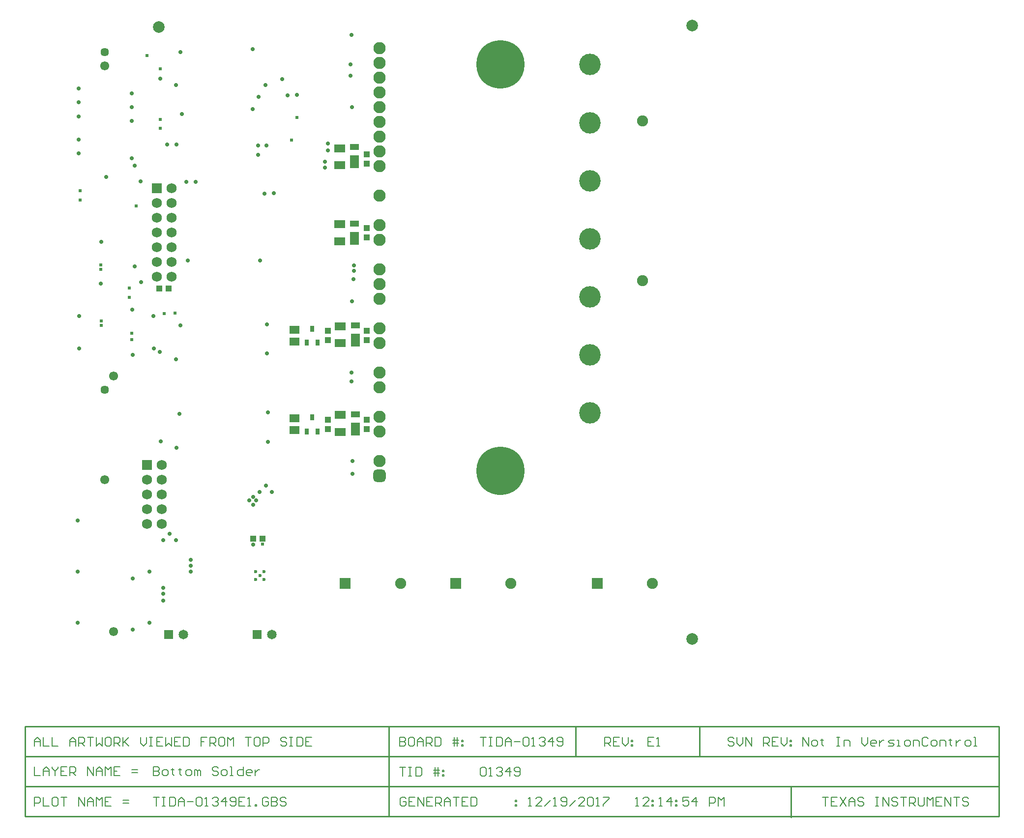
<source format=gbs>
G04 Layer_Color=16711935*
%FSAX25Y25*%
%MOIN*%
G70*
G01*
G75*
%ADD24C,0.01000*%
%ADD31C,0.00800*%
%ADD40C,0.06496*%
%ADD61R,0.07677X0.05512*%
%ADD62R,0.04331X0.04134*%
%ADD64R,0.04134X0.04331*%
G04:AMPARAMS|DCode=70|XSize=27.56mil|YSize=43.31mil|CornerRadius=3.98mil|HoleSize=0mil|Usage=FLASHONLY|Rotation=180.000|XOffset=0mil|YOffset=0mil|HoleType=Round|Shape=RoundedRectangle|*
%AMROUNDEDRECTD70*
21,1,0.02756,0.03535,0,0,180.0*
21,1,0.01961,0.04331,0,0,180.0*
1,1,0.00795,-0.00980,0.01768*
1,1,0.00795,0.00980,0.01768*
1,1,0.00795,0.00980,-0.01768*
1,1,0.00795,-0.00980,-0.01768*
%
%ADD70ROUNDEDRECTD70*%
%ADD74C,0.07874*%
%ADD75R,0.07480X0.07480*%
%ADD76C,0.07480*%
G04:AMPARAMS|DCode=77|XSize=83.66mil|YSize=83.66mil|CornerRadius=21.9mil|HoleSize=0mil|Usage=FLASHONLY|Rotation=0.000|XOffset=0mil|YOffset=0mil|HoleType=Round|Shape=RoundedRectangle|*
%AMROUNDEDRECTD77*
21,1,0.08366,0.03986,0,0,0.0*
21,1,0.03986,0.08366,0,0,0.0*
1,1,0.04380,0.01993,-0.01993*
1,1,0.04380,-0.01993,-0.01993*
1,1,0.04380,-0.01993,0.01993*
1,1,0.04380,0.01993,0.01993*
%
%ADD77ROUNDEDRECTD77*%
%ADD78C,0.08366*%
%ADD79C,0.14567*%
%ADD80R,0.06496X0.06496*%
%ADD81R,0.06890X0.06890*%
%ADD82C,0.06890*%
%ADD83C,0.06100*%
%ADD84C,0.05701*%
%ADD85C,0.32696*%
%ADD86C,0.02362*%
%ADD87C,0.02794*%
%ADD88C,0.02394*%
%ADD89R,0.06694X0.05394*%
%ADD90R,0.05905X0.09055*%
%ADD91R,0.05905X0.03937*%
G54D24*
X0559400Y0039400D02*
Y0059683D01*
X0440500Y0040050D02*
X0700200D01*
Y0101050D01*
X0286500Y0040050D02*
Y0101050D01*
X0040000Y0040050D02*
Y0101050D01*
X0040050Y0040050D02*
X0197600D01*
X0040050D02*
Y0101050D01*
Y0101050D02*
X0700200D01*
X0040000Y0040050D02*
X0440500D01*
X0040000Y0060383D02*
X0700000D01*
X0040000Y0080717D02*
X0700200D01*
X0413200D02*
Y0101050D01*
X0497200Y0080717D02*
Y0101050D01*
G54D31*
X0126900Y0073549D02*
Y0067551D01*
X0129899D01*
X0130899Y0068550D01*
Y0069550D01*
X0129899Y0070550D01*
X0126900D01*
X0129899D01*
X0130899Y0071549D01*
Y0072549D01*
X0129899Y0073549D01*
X0126900D01*
X0133898Y0067551D02*
X0135897D01*
X0136897Y0068550D01*
Y0070550D01*
X0135897Y0071549D01*
X0133898D01*
X0132898Y0070550D01*
Y0068550D01*
X0133898Y0067551D01*
X0139896Y0072549D02*
Y0071549D01*
X0138896D01*
X0140895D01*
X0139896D01*
Y0068550D01*
X0140895Y0067551D01*
X0144894Y0072549D02*
Y0071549D01*
X0143895D01*
X0145894D01*
X0144894D01*
Y0068550D01*
X0145894Y0067551D01*
X0149893D02*
X0151892D01*
X0152892Y0068550D01*
Y0070550D01*
X0151892Y0071549D01*
X0149893D01*
X0148893Y0070550D01*
Y0068550D01*
X0149893Y0067551D01*
X0154891D02*
Y0071549D01*
X0155891D01*
X0156890Y0070550D01*
Y0067551D01*
Y0070550D01*
X0157890Y0071549D01*
X0158890Y0070550D01*
Y0067551D01*
X0170886Y0072549D02*
X0169886Y0073549D01*
X0167887D01*
X0166887Y0072549D01*
Y0071549D01*
X0167887Y0070550D01*
X0169886D01*
X0170886Y0069550D01*
Y0068550D01*
X0169886Y0067551D01*
X0167887D01*
X0166887Y0068550D01*
X0173885Y0067551D02*
X0175884D01*
X0176884Y0068550D01*
Y0070550D01*
X0175884Y0071549D01*
X0173885D01*
X0172885Y0070550D01*
Y0068550D01*
X0173885Y0067551D01*
X0178883D02*
X0180883D01*
X0179883D01*
Y0073549D01*
X0178883D01*
X0187880D02*
Y0067551D01*
X0184881D01*
X0183882Y0068550D01*
Y0070550D01*
X0184881Y0071549D01*
X0187880D01*
X0192879Y0067551D02*
X0190879D01*
X0189880Y0068550D01*
Y0070550D01*
X0190879Y0071549D01*
X0192879D01*
X0193878Y0070550D01*
Y0069550D01*
X0189880D01*
X0195878Y0071549D02*
Y0067551D01*
Y0069550D01*
X0196877Y0070550D01*
X0197877Y0071549D01*
X0198877D01*
X0348550Y0072498D02*
X0349550Y0073498D01*
X0351549D01*
X0352549Y0072498D01*
Y0068500D01*
X0351549Y0067500D01*
X0349550D01*
X0348550Y0068500D01*
Y0072498D01*
X0354548Y0067500D02*
X0356547D01*
X0355548D01*
Y0073498D01*
X0354548Y0072498D01*
X0359546D02*
X0360546Y0073498D01*
X0362545D01*
X0363545Y0072498D01*
Y0071499D01*
X0362545Y0070499D01*
X0361546D01*
X0362545D01*
X0363545Y0069499D01*
Y0068500D01*
X0362545Y0067500D01*
X0360546D01*
X0359546Y0068500D01*
X0368544Y0067500D02*
Y0073498D01*
X0365545Y0070499D01*
X0369543D01*
X0371543Y0068500D02*
X0372542Y0067500D01*
X0374542D01*
X0375541Y0068500D01*
Y0072498D01*
X0374542Y0073498D01*
X0372542D01*
X0371543Y0072498D01*
Y0071499D01*
X0372542Y0070499D01*
X0375541D01*
X0294000Y0073498D02*
X0297999D01*
X0295999D01*
Y0067500D01*
X0299998Y0073498D02*
X0301997D01*
X0300998D01*
Y0067500D01*
X0299998D01*
X0301997D01*
X0304996Y0073498D02*
Y0067500D01*
X0307996D01*
X0308995Y0068500D01*
Y0072498D01*
X0307996Y0073498D01*
X0304996D01*
X0317992Y0067500D02*
Y0073498D01*
X0319992D02*
Y0067500D01*
X0316993Y0071499D02*
X0319992D01*
X0320991D01*
X0316993Y0069499D02*
X0320991D01*
X0322991Y0071499D02*
X0323990D01*
Y0070499D01*
X0322991D01*
Y0071499D01*
Y0068500D02*
X0323990D01*
Y0067500D01*
X0322991D01*
Y0068500D01*
X0580500Y0052965D02*
X0584499D01*
X0582499D01*
Y0046966D01*
X0590497Y0052965D02*
X0586498D01*
Y0046966D01*
X0590497D01*
X0586498Y0049966D02*
X0588497D01*
X0592496Y0052965D02*
X0596495Y0046966D01*
Y0052965D02*
X0592496Y0046966D01*
X0598494D02*
Y0050965D01*
X0600493Y0052965D01*
X0602493Y0050965D01*
Y0046966D01*
Y0049966D01*
X0598494D01*
X0608491Y0051965D02*
X0607491Y0052965D01*
X0605492D01*
X0604492Y0051965D01*
Y0050965D01*
X0605492Y0049966D01*
X0607491D01*
X0608491Y0048966D01*
Y0047966D01*
X0607491Y0046966D01*
X0605492D01*
X0604492Y0047966D01*
X0616488Y0052965D02*
X0618488D01*
X0617488D01*
Y0046966D01*
X0616488D01*
X0618488D01*
X0621487D02*
Y0052965D01*
X0625486Y0046966D01*
Y0052965D01*
X0631484Y0051965D02*
X0630484Y0052965D01*
X0628484D01*
X0627485Y0051965D01*
Y0050965D01*
X0628484Y0049966D01*
X0630484D01*
X0631484Y0048966D01*
Y0047966D01*
X0630484Y0046966D01*
X0628484D01*
X0627485Y0047966D01*
X0633483Y0052965D02*
X0637482D01*
X0635482D01*
Y0046966D01*
X0639481D02*
Y0052965D01*
X0642480D01*
X0643480Y0051965D01*
Y0049966D01*
X0642480Y0048966D01*
X0639481D01*
X0641480D02*
X0643480Y0046966D01*
X0645479Y0052965D02*
Y0047966D01*
X0646479Y0046966D01*
X0648478D01*
X0649478Y0047966D01*
Y0052965D01*
X0651477Y0046966D02*
Y0052965D01*
X0653476Y0050965D01*
X0655476Y0052965D01*
Y0046966D01*
X0661474Y0052965D02*
X0657475D01*
Y0046966D01*
X0661474D01*
X0657475Y0049966D02*
X0659474D01*
X0663473Y0046966D02*
Y0052965D01*
X0667472Y0046966D01*
Y0052965D01*
X0669471D02*
X0673470D01*
X0671471D01*
Y0046966D01*
X0679468Y0051965D02*
X0678468Y0052965D01*
X0676469D01*
X0675469Y0051965D01*
Y0050965D01*
X0676469Y0049966D01*
X0678468D01*
X0679468Y0048966D01*
Y0047966D01*
X0678468Y0046966D01*
X0676469D01*
X0675469Y0047966D01*
X0454050Y0046966D02*
X0456049D01*
X0455050D01*
Y0052965D01*
X0454050Y0051965D01*
X0463047Y0046966D02*
X0459048D01*
X0463047Y0050965D01*
Y0051965D01*
X0462047Y0052965D01*
X0460048D01*
X0459048Y0051965D01*
X0465046Y0050965D02*
X0466046D01*
Y0049966D01*
X0465046D01*
Y0050965D01*
Y0047966D02*
X0466046D01*
Y0046966D01*
X0465046D01*
Y0047966D01*
X0470045Y0046966D02*
X0472044D01*
X0471044D01*
Y0052965D01*
X0470045Y0051965D01*
X0478042Y0046966D02*
Y0052965D01*
X0475043Y0049966D01*
X0479042D01*
X0481041Y0050965D02*
X0482041D01*
Y0049966D01*
X0481041D01*
Y0050965D01*
Y0047966D02*
X0482041D01*
Y0046966D01*
X0481041D01*
Y0047966D01*
X0490038Y0052965D02*
X0486040D01*
Y0049966D01*
X0488039Y0050965D01*
X0489039D01*
X0490038Y0049966D01*
Y0047966D01*
X0489039Y0046966D01*
X0487039D01*
X0486040Y0047966D01*
X0495037Y0046966D02*
Y0052965D01*
X0492038Y0049966D01*
X0496036D01*
X0504034Y0046966D02*
Y0052965D01*
X0507033D01*
X0508033Y0051965D01*
Y0049966D01*
X0507033Y0048966D01*
X0504034D01*
X0510032Y0046966D02*
Y0052965D01*
X0512031Y0050965D01*
X0514031Y0052965D01*
Y0046966D01*
X0046350D02*
Y0052965D01*
X0049349D01*
X0050349Y0051965D01*
Y0049966D01*
X0049349Y0048966D01*
X0046350D01*
X0052348Y0052965D02*
Y0046966D01*
X0056347D01*
X0061345Y0052965D02*
X0059346D01*
X0058346Y0051965D01*
Y0047966D01*
X0059346Y0046966D01*
X0061345D01*
X0062345Y0047966D01*
Y0051965D01*
X0061345Y0052965D01*
X0064344D02*
X0068343D01*
X0066343D01*
Y0046966D01*
X0076340D02*
Y0052965D01*
X0080339Y0046966D01*
Y0052965D01*
X0082338Y0046966D02*
Y0050965D01*
X0084338Y0052965D01*
X0086337Y0050965D01*
Y0046966D01*
Y0049966D01*
X0082338D01*
X0088336Y0046966D02*
Y0052965D01*
X0090336Y0050965D01*
X0092335Y0052965D01*
Y0046966D01*
X0098333Y0052965D02*
X0094335D01*
Y0046966D01*
X0098333D01*
X0094335Y0049966D02*
X0096334D01*
X0106331Y0048966D02*
X0110329D01*
X0106331Y0050965D02*
X0110329D01*
X0046350Y0073549D02*
Y0067551D01*
X0050349D01*
X0052348D02*
Y0071549D01*
X0054347Y0073549D01*
X0056347Y0071549D01*
Y0067551D01*
Y0070550D01*
X0052348D01*
X0058346Y0073549D02*
Y0072549D01*
X0060346Y0070550D01*
X0062345Y0072549D01*
Y0073549D01*
X0060346Y0070550D02*
Y0067551D01*
X0068343Y0073549D02*
X0064344D01*
Y0067551D01*
X0068343D01*
X0064344Y0070550D02*
X0066343D01*
X0070342Y0067551D02*
Y0073549D01*
X0073341D01*
X0074341Y0072549D01*
Y0070550D01*
X0073341Y0069550D01*
X0070342D01*
X0072342D02*
X0074341Y0067551D01*
X0082338D02*
Y0073549D01*
X0086337Y0067551D01*
Y0073549D01*
X0088336Y0067551D02*
Y0071549D01*
X0090336Y0073549D01*
X0092335Y0071549D01*
Y0067551D01*
Y0070550D01*
X0088336D01*
X0094335Y0067551D02*
Y0073549D01*
X0096334Y0071549D01*
X0098333Y0073549D01*
Y0067551D01*
X0104331Y0073549D02*
X0100332D01*
Y0067551D01*
X0104331D01*
X0100332Y0070550D02*
X0102332D01*
X0112329Y0069550D02*
X0116327D01*
X0112329Y0071549D02*
X0116327D01*
X0294000Y0093831D02*
Y0087833D01*
X0296999D01*
X0297999Y0088833D01*
Y0089833D01*
X0296999Y0090832D01*
X0294000D01*
X0296999D01*
X0297999Y0091832D01*
Y0092832D01*
X0296999Y0093831D01*
X0294000D01*
X0302997D02*
X0300998D01*
X0299998Y0092832D01*
Y0088833D01*
X0300998Y0087833D01*
X0302997D01*
X0303997Y0088833D01*
Y0092832D01*
X0302997Y0093831D01*
X0305996Y0087833D02*
Y0091832D01*
X0307996Y0093831D01*
X0309995Y0091832D01*
Y0087833D01*
Y0090832D01*
X0305996D01*
X0311994Y0087833D02*
Y0093831D01*
X0314993D01*
X0315993Y0092832D01*
Y0090832D01*
X0314993Y0089833D01*
X0311994D01*
X0313994D02*
X0315993Y0087833D01*
X0317992Y0093831D02*
Y0087833D01*
X0320991D01*
X0321991Y0088833D01*
Y0092832D01*
X0320991Y0093831D01*
X0317992D01*
X0330988Y0087833D02*
Y0093831D01*
X0332987D02*
Y0087833D01*
X0329988Y0091832D02*
X0332987D01*
X0333987D01*
X0329988Y0089833D02*
X0333987D01*
X0335986Y0091832D02*
X0336986D01*
Y0090832D01*
X0335986D01*
Y0091832D01*
Y0088833D02*
X0336986D01*
Y0087833D01*
X0335986D01*
Y0088833D01*
X0348550Y0093831D02*
X0352549D01*
X0350549D01*
Y0087833D01*
X0354548Y0093831D02*
X0356547D01*
X0355548D01*
Y0087833D01*
X0354548D01*
X0356547D01*
X0359546Y0093831D02*
Y0087833D01*
X0362545D01*
X0363545Y0088833D01*
Y0092832D01*
X0362545Y0093831D01*
X0359546D01*
X0365545Y0087833D02*
Y0091832D01*
X0367544Y0093831D01*
X0369543Y0091832D01*
Y0087833D01*
Y0090832D01*
X0365545D01*
X0371543D02*
X0375541D01*
X0377541Y0092832D02*
X0378540Y0093831D01*
X0380540D01*
X0381539Y0092832D01*
Y0088833D01*
X0380540Y0087833D01*
X0378540D01*
X0377541Y0088833D01*
Y0092832D01*
X0383539Y0087833D02*
X0385538D01*
X0384538D01*
Y0093831D01*
X0383539Y0092832D01*
X0388537D02*
X0389537Y0093831D01*
X0391536D01*
X0392536Y0092832D01*
Y0091832D01*
X0391536Y0090832D01*
X0390536D01*
X0391536D01*
X0392536Y0089833D01*
Y0088833D01*
X0391536Y0087833D01*
X0389537D01*
X0388537Y0088833D01*
X0397534Y0087833D02*
Y0093831D01*
X0394535Y0090832D01*
X0398534D01*
X0400533Y0088833D02*
X0401533Y0087833D01*
X0403532D01*
X0404532Y0088833D01*
Y0092832D01*
X0403532Y0093831D01*
X0401533D01*
X0400533Y0092832D01*
Y0091832D01*
X0401533Y0090832D01*
X0404532D01*
X0466149Y0093831D02*
X0462150D01*
Y0087833D01*
X0466149D01*
X0462150Y0090832D02*
X0464149D01*
X0468148Y0087833D02*
X0470147D01*
X0469148D01*
Y0093831D01*
X0468148Y0092832D01*
X0046350Y0087833D02*
Y0091832D01*
X0048349Y0093831D01*
X0050349Y0091832D01*
Y0087833D01*
Y0090832D01*
X0046350D01*
X0052348Y0093831D02*
Y0087833D01*
X0056347D01*
X0058346Y0093831D02*
Y0087833D01*
X0062345D01*
X0070342D02*
Y0091832D01*
X0072342Y0093831D01*
X0074341Y0091832D01*
Y0087833D01*
Y0090832D01*
X0070342D01*
X0076340Y0087833D02*
Y0093831D01*
X0079339D01*
X0080339Y0092832D01*
Y0090832D01*
X0079339Y0089833D01*
X0076340D01*
X0078340D02*
X0080339Y0087833D01*
X0082338Y0093831D02*
X0086337D01*
X0084338D01*
Y0087833D01*
X0088336Y0093831D02*
Y0087833D01*
X0090336Y0089833D01*
X0092335Y0087833D01*
Y0093831D01*
X0097334D02*
X0095334D01*
X0094335Y0092832D01*
Y0088833D01*
X0095334Y0087833D01*
X0097334D01*
X0098333Y0088833D01*
Y0092832D01*
X0097334Y0093831D01*
X0100332Y0087833D02*
Y0093831D01*
X0103332D01*
X0104331Y0092832D01*
Y0090832D01*
X0103332Y0089833D01*
X0100332D01*
X0102332D02*
X0104331Y0087833D01*
X0106331Y0093831D02*
Y0087833D01*
Y0089833D01*
X0110329Y0093831D01*
X0107330Y0090832D01*
X0110329Y0087833D01*
X0118327Y0093831D02*
Y0089833D01*
X0120326Y0087833D01*
X0122325Y0089833D01*
Y0093831D01*
X0124325D02*
X0126324D01*
X0125324D01*
Y0087833D01*
X0124325D01*
X0126324D01*
X0133322Y0093831D02*
X0129323D01*
Y0087833D01*
X0133322D01*
X0129323Y0090832D02*
X0131323D01*
X0135321Y0093831D02*
Y0087833D01*
X0137321Y0089833D01*
X0139320Y0087833D01*
Y0093831D01*
X0145318D02*
X0141319D01*
Y0087833D01*
X0145318D01*
X0141319Y0090832D02*
X0143319D01*
X0147317Y0093831D02*
Y0087833D01*
X0150316D01*
X0151316Y0088833D01*
Y0092832D01*
X0150316Y0093831D01*
X0147317D01*
X0163312D02*
X0159313D01*
Y0090832D01*
X0161313D01*
X0159313D01*
Y0087833D01*
X0165312D02*
Y0093831D01*
X0168310D01*
X0169310Y0092832D01*
Y0090832D01*
X0168310Y0089833D01*
X0165312D01*
X0167311D02*
X0169310Y0087833D01*
X0174309Y0093831D02*
X0172309D01*
X0171310Y0092832D01*
Y0088833D01*
X0172309Y0087833D01*
X0174309D01*
X0175308Y0088833D01*
Y0092832D01*
X0174309Y0093831D01*
X0177308Y0087833D02*
Y0093831D01*
X0179307Y0091832D01*
X0181306Y0093831D01*
Y0087833D01*
X0189304Y0093831D02*
X0193303D01*
X0191303D01*
Y0087833D01*
X0198301Y0093831D02*
X0196301D01*
X0195302Y0092832D01*
Y0088833D01*
X0196301Y0087833D01*
X0198301D01*
X0199301Y0088833D01*
Y0092832D01*
X0198301Y0093831D01*
X0201300Y0087833D02*
Y0093831D01*
X0204299D01*
X0205299Y0092832D01*
Y0090832D01*
X0204299Y0089833D01*
X0201300D01*
X0217295Y0092832D02*
X0216295Y0093831D01*
X0214296D01*
X0213296Y0092832D01*
Y0091832D01*
X0214296Y0090832D01*
X0216295D01*
X0217295Y0089833D01*
Y0088833D01*
X0216295Y0087833D01*
X0214296D01*
X0213296Y0088833D01*
X0219294Y0093831D02*
X0221293D01*
X0220294D01*
Y0087833D01*
X0219294D01*
X0221293D01*
X0224292Y0093831D02*
Y0087833D01*
X0227291D01*
X0228291Y0088833D01*
Y0092832D01*
X0227291Y0093831D01*
X0224292D01*
X0234289D02*
X0230291D01*
Y0087833D01*
X0234289D01*
X0230291Y0090832D02*
X0232290D01*
X0298199Y0051965D02*
X0297199Y0052965D01*
X0295200D01*
X0294200Y0051965D01*
Y0047966D01*
X0295200Y0046966D01*
X0297199D01*
X0298199Y0047966D01*
Y0049966D01*
X0296199D01*
X0304197Y0052965D02*
X0300198D01*
Y0046966D01*
X0304197D01*
X0300198Y0049966D02*
X0302197D01*
X0306196Y0046966D02*
Y0052965D01*
X0310195Y0046966D01*
Y0052965D01*
X0316193D02*
X0312194D01*
Y0046966D01*
X0316193D01*
X0312194Y0049966D02*
X0314194D01*
X0318192Y0046966D02*
Y0052965D01*
X0321191D01*
X0322191Y0051965D01*
Y0049966D01*
X0321191Y0048966D01*
X0318192D01*
X0320192D02*
X0322191Y0046966D01*
X0324190D02*
Y0050965D01*
X0326190Y0052965D01*
X0328189Y0050965D01*
Y0046966D01*
Y0049966D01*
X0324190D01*
X0330188Y0052965D02*
X0334187D01*
X0332188D01*
Y0046966D01*
X0340185Y0052965D02*
X0336186D01*
Y0046966D01*
X0340185D01*
X0336186Y0049966D02*
X0338186D01*
X0342184Y0052965D02*
Y0046966D01*
X0345183D01*
X0346183Y0047966D01*
Y0051965D01*
X0345183Y0052965D01*
X0342184D01*
X0372175Y0050965D02*
X0373175D01*
Y0049966D01*
X0372175D01*
Y0050965D01*
Y0047966D02*
X0373175D01*
Y0046966D01*
X0372175D01*
Y0047966D01*
X0381150Y0046966D02*
X0383149D01*
X0382150D01*
Y0052965D01*
X0381150Y0051965D01*
X0390147Y0046966D02*
X0386148D01*
X0390147Y0050965D01*
Y0051965D01*
X0389147Y0052965D01*
X0387148D01*
X0386148Y0051965D01*
X0392146Y0046966D02*
X0396145Y0050965D01*
X0398145Y0046966D02*
X0400144D01*
X0399144D01*
Y0052965D01*
X0398145Y0051965D01*
X0403143Y0047966D02*
X0404143Y0046966D01*
X0406142D01*
X0407142Y0047966D01*
Y0051965D01*
X0406142Y0052965D01*
X0404143D01*
X0403143Y0051965D01*
Y0050965D01*
X0404143Y0049966D01*
X0407142D01*
X0409141Y0046966D02*
X0413140Y0050965D01*
X0419138Y0046966D02*
X0415139D01*
X0419138Y0050965D01*
Y0051965D01*
X0418138Y0052965D01*
X0416139D01*
X0415139Y0051965D01*
X0421137D02*
X0422137Y0052965D01*
X0424136D01*
X0425136Y0051965D01*
Y0047966D01*
X0424136Y0046966D01*
X0422137D01*
X0421137Y0047966D01*
Y0051965D01*
X0427135Y0046966D02*
X0429135D01*
X0428135D01*
Y0052965D01*
X0427135Y0051965D01*
X0432133Y0052965D02*
X0436132D01*
Y0051965D01*
X0432133Y0047966D01*
Y0046966D01*
X0126900Y0052965D02*
X0130899D01*
X0128899D01*
Y0046966D01*
X0132898Y0052965D02*
X0134897D01*
X0133898D01*
Y0046966D01*
X0132898D01*
X0134897D01*
X0137896Y0052965D02*
Y0046966D01*
X0140895D01*
X0141895Y0047966D01*
Y0051965D01*
X0140895Y0052965D01*
X0137896D01*
X0143895Y0046966D02*
Y0050965D01*
X0145894Y0052965D01*
X0147893Y0050965D01*
Y0046966D01*
Y0049966D01*
X0143895D01*
X0149893D02*
X0153891D01*
X0155891Y0051965D02*
X0156890Y0052965D01*
X0158890D01*
X0159889Y0051965D01*
Y0047966D01*
X0158890Y0046966D01*
X0156890D01*
X0155891Y0047966D01*
Y0051965D01*
X0161889Y0046966D02*
X0163888D01*
X0162888D01*
Y0052965D01*
X0161889Y0051965D01*
X0166887D02*
X0167887Y0052965D01*
X0169886D01*
X0170886Y0051965D01*
Y0050965D01*
X0169886Y0049966D01*
X0168886D01*
X0169886D01*
X0170886Y0048966D01*
Y0047966D01*
X0169886Y0046966D01*
X0167887D01*
X0166887Y0047966D01*
X0175884Y0046966D02*
Y0052965D01*
X0172885Y0049966D01*
X0176884D01*
X0178883Y0047966D02*
X0179883Y0046966D01*
X0181882D01*
X0182882Y0047966D01*
Y0051965D01*
X0181882Y0052965D01*
X0179883D01*
X0178883Y0051965D01*
Y0050965D01*
X0179883Y0049966D01*
X0182882D01*
X0188880Y0052965D02*
X0184881D01*
Y0046966D01*
X0188880D01*
X0184881Y0049966D02*
X0186881D01*
X0190879Y0046966D02*
X0192879D01*
X0191879D01*
Y0052965D01*
X0190879Y0051965D01*
X0195878Y0046966D02*
Y0047966D01*
X0196877D01*
Y0046966D01*
X0195878D01*
X0204875Y0051965D02*
X0203875Y0052965D01*
X0201876D01*
X0200876Y0051965D01*
Y0047966D01*
X0201876Y0046966D01*
X0203875D01*
X0204875Y0047966D01*
Y0049966D01*
X0202875D01*
X0206874Y0052965D02*
Y0046966D01*
X0209873D01*
X0210873Y0047966D01*
Y0048966D01*
X0209873Y0049966D01*
X0206874D01*
X0209873D01*
X0210873Y0050965D01*
Y0051965D01*
X0209873Y0052965D01*
X0206874D01*
X0216871Y0051965D02*
X0215871Y0052965D01*
X0213872D01*
X0212872Y0051965D01*
Y0050965D01*
X0213872Y0049966D01*
X0215871D01*
X0216871Y0048966D01*
Y0047966D01*
X0215871Y0046966D01*
X0213872D01*
X0212872Y0047966D01*
X0433000Y0087833D02*
Y0093831D01*
X0435999D01*
X0436999Y0092832D01*
Y0090832D01*
X0435999Y0089833D01*
X0433000D01*
X0434999D02*
X0436999Y0087833D01*
X0442997Y0093831D02*
X0438998D01*
Y0087833D01*
X0442997D01*
X0438998Y0090832D02*
X0440997D01*
X0444996Y0093831D02*
Y0089833D01*
X0446995Y0087833D01*
X0448995Y0089833D01*
Y0093831D01*
X0450994Y0091832D02*
X0451994D01*
Y0090832D01*
X0450994D01*
Y0091832D01*
Y0088833D02*
X0451994D01*
Y0087833D01*
X0450994D01*
Y0088833D01*
X0520799Y0092832D02*
X0519799Y0093831D01*
X0517800D01*
X0516800Y0092832D01*
Y0091832D01*
X0517800Y0090832D01*
X0519799D01*
X0520799Y0089833D01*
Y0088833D01*
X0519799Y0087833D01*
X0517800D01*
X0516800Y0088833D01*
X0522798Y0093831D02*
Y0089833D01*
X0524797Y0087833D01*
X0526797Y0089833D01*
Y0093831D01*
X0528796Y0087833D02*
Y0093831D01*
X0532795Y0087833D01*
Y0093831D01*
X0540792Y0087833D02*
Y0093831D01*
X0543791D01*
X0544791Y0092832D01*
Y0090832D01*
X0543791Y0089833D01*
X0540792D01*
X0542792D02*
X0544791Y0087833D01*
X0550789Y0093831D02*
X0546790D01*
Y0087833D01*
X0550789D01*
X0546790Y0090832D02*
X0548790D01*
X0552788Y0093831D02*
Y0089833D01*
X0554788Y0087833D01*
X0556787Y0089833D01*
Y0093831D01*
X0558786Y0091832D02*
X0559786D01*
Y0090832D01*
X0558786D01*
Y0091832D01*
Y0088833D02*
X0559786D01*
Y0087833D01*
X0558786D01*
Y0088833D01*
X0567400Y0087833D02*
Y0093831D01*
X0571399Y0087833D01*
Y0093831D01*
X0574398Y0087833D02*
X0576397D01*
X0577397Y0088833D01*
Y0090832D01*
X0576397Y0091832D01*
X0574398D01*
X0573398Y0090832D01*
Y0088833D01*
X0574398Y0087833D01*
X0580396Y0092832D02*
Y0091832D01*
X0579396D01*
X0581395D01*
X0580396D01*
Y0088833D01*
X0581395Y0087833D01*
X0590393Y0093831D02*
X0592392D01*
X0591392D01*
Y0087833D01*
X0590393D01*
X0592392D01*
X0595391D02*
Y0091832D01*
X0598390D01*
X0599390Y0090832D01*
Y0087833D01*
X0607387Y0093831D02*
Y0089833D01*
X0609386Y0087833D01*
X0611386Y0089833D01*
Y0093831D01*
X0616384Y0087833D02*
X0614385D01*
X0613385Y0088833D01*
Y0090832D01*
X0614385Y0091832D01*
X0616384D01*
X0617384Y0090832D01*
Y0089833D01*
X0613385D01*
X0619383Y0091832D02*
Y0087833D01*
Y0089833D01*
X0620383Y0090832D01*
X0621383Y0091832D01*
X0622382D01*
X0625381Y0087833D02*
X0628380D01*
X0629380Y0088833D01*
X0628380Y0089833D01*
X0626381D01*
X0625381Y0090832D01*
X0626381Y0091832D01*
X0629380D01*
X0631379Y0087833D02*
X0633379D01*
X0632379D01*
Y0091832D01*
X0631379D01*
X0637377Y0087833D02*
X0639377D01*
X0640376Y0088833D01*
Y0090832D01*
X0639377Y0091832D01*
X0637377D01*
X0636378Y0090832D01*
Y0088833D01*
X0637377Y0087833D01*
X0642376D02*
Y0091832D01*
X0645375D01*
X0646374Y0090832D01*
Y0087833D01*
X0652373Y0092832D02*
X0651373Y0093831D01*
X0649373D01*
X0648374Y0092832D01*
Y0088833D01*
X0649373Y0087833D01*
X0651373D01*
X0652373Y0088833D01*
X0655372Y0087833D02*
X0657371D01*
X0658371Y0088833D01*
Y0090832D01*
X0657371Y0091832D01*
X0655372D01*
X0654372Y0090832D01*
Y0088833D01*
X0655372Y0087833D01*
X0660370D02*
Y0091832D01*
X0663369D01*
X0664369Y0090832D01*
Y0087833D01*
X0667368Y0092832D02*
Y0091832D01*
X0666368D01*
X0668367D01*
X0667368D01*
Y0088833D01*
X0668367Y0087833D01*
X0671366Y0091832D02*
Y0087833D01*
Y0089833D01*
X0672366Y0090832D01*
X0673366Y0091832D01*
X0674365D01*
X0678364Y0087833D02*
X0680364D01*
X0681363Y0088833D01*
Y0090832D01*
X0680364Y0091832D01*
X0678364D01*
X0677364Y0090832D01*
Y0088833D01*
X0678364Y0087833D01*
X0683362D02*
X0685362D01*
X0684362D01*
Y0093831D01*
X0683362D01*
G54D40*
X0207200Y0163400D02*
D03*
X0147200D02*
D03*
G54D61*
X0253800Y0312209D02*
D03*
Y0300791D02*
D03*
X0253800Y0372477D02*
D03*
Y0361060D02*
D03*
X0253200Y0441609D02*
D03*
Y0430191D02*
D03*
Y0493109D02*
D03*
Y0481691D02*
D03*
G54D62*
X0131080Y0398069D02*
D03*
X0137379D02*
D03*
X0194751Y0228400D02*
D03*
X0201050D02*
D03*
G54D64*
X0245200Y0309050D02*
D03*
Y0302750D02*
D03*
X0271700Y0302750D02*
D03*
Y0309050D02*
D03*
X0245200Y0369318D02*
D03*
Y0363019D02*
D03*
X0271700Y0363019D02*
D03*
Y0369318D02*
D03*
X0271700Y0432750D02*
D03*
Y0439050D02*
D03*
Y0482750D02*
D03*
Y0489050D02*
D03*
G54D70*
X0234700Y0310624D02*
D03*
X0230960Y0301176D02*
D03*
X0238440D02*
D03*
X0234700Y0370693D02*
D03*
X0230960Y0361244D02*
D03*
X0238440D02*
D03*
G54D74*
X0492200Y0160400D02*
D03*
Y0576400D02*
D03*
X0130769Y0575300D02*
D03*
G54D75*
X0427960Y0198105D02*
D03*
X0331960D02*
D03*
X0256999D02*
D03*
G54D76*
X0465440D02*
D03*
X0458700Y0403266D02*
D03*
Y0511534D02*
D03*
X0369440Y0198105D02*
D03*
X0294479D02*
D03*
G54D77*
X0280440Y0270900D02*
D03*
G54D78*
Y0280900D02*
D03*
Y0300900D02*
D03*
Y0310900D02*
D03*
Y0330900D02*
D03*
Y0340900D02*
D03*
Y0360900D02*
D03*
Y0370900D02*
D03*
Y0390900D02*
D03*
Y0400900D02*
D03*
Y0410900D02*
D03*
Y0430900D02*
D03*
Y0440900D02*
D03*
Y0460900D02*
D03*
Y0480900D02*
D03*
Y0490900D02*
D03*
Y0500900D02*
D03*
Y0510900D02*
D03*
Y0520900D02*
D03*
Y0530900D02*
D03*
Y0540900D02*
D03*
Y0550900D02*
D03*
Y0560900D02*
D03*
G54D79*
X0422960Y0549876D02*
D03*
Y0510506D02*
D03*
Y0471136D02*
D03*
Y0431766D02*
D03*
Y0392396D02*
D03*
Y0353026D02*
D03*
Y0313656D02*
D03*
G54D80*
X0197200Y0163400D02*
D03*
X0137200D02*
D03*
G54D81*
X0122498Y0278400D02*
D03*
X0129200Y0465900D02*
D03*
G54D82*
X0132498Y0278400D02*
D03*
Y0268400D02*
D03*
X0132498Y0258400D02*
D03*
X0132498Y0248400D02*
D03*
Y0238400D02*
D03*
X0122498Y0268400D02*
D03*
Y0258400D02*
D03*
Y0248400D02*
D03*
Y0238400D02*
D03*
X0139200Y0405900D02*
D03*
X0129200D02*
D03*
X0139200Y0415900D02*
D03*
X0129200D02*
D03*
X0139200Y0425900D02*
D03*
X0129200D02*
D03*
X0139200Y0435900D02*
D03*
X0129200D02*
D03*
X0139200Y0445900D02*
D03*
X0129200D02*
D03*
X0139200Y0455900D02*
D03*
X0129200D02*
D03*
X0139200Y0465900D02*
D03*
G54D83*
X0099874Y0165358D02*
D03*
X0093969Y0268507D02*
D03*
X0099874Y0338765D02*
D03*
X0093969Y0549001D02*
D03*
G54D84*
X0093969Y0329513D02*
D03*
Y0558253D02*
D03*
G54D85*
X0362330Y0549876D02*
D03*
Y0274286D02*
D03*
G54D86*
X0196287Y0200683D02*
D03*
Y0206117D02*
D03*
X0202113Y0200683D02*
D03*
Y0206117D02*
D03*
X0199200Y0203400D02*
D03*
G54D87*
X0194500Y0256800D02*
D03*
Y0251400D02*
D03*
X0196800Y0254200D02*
D03*
X0192123Y0254237D02*
D03*
X0207350Y0260050D02*
D03*
X0203200Y0264493D02*
D03*
X0199050Y0260050D02*
D03*
X0194751Y0224451D02*
D03*
X0194157Y0560357D02*
D03*
X0152200Y0205900D02*
D03*
Y0209900D02*
D03*
Y0213900D02*
D03*
X0133700Y0186400D02*
D03*
Y0190900D02*
D03*
Y0194900D02*
D03*
X0261700Y0520900D02*
D03*
X0198350Y0528050D02*
D03*
X0203050Y0536050D02*
D03*
X0224200Y0529400D02*
D03*
X0217924Y0529124D02*
D03*
X0203700Y0494900D02*
D03*
X0198050Y0488750D02*
D03*
Y0495050D02*
D03*
X0194157Y0519857D02*
D03*
X0142550Y0495750D02*
D03*
X0136250D02*
D03*
X0146200Y0516400D02*
D03*
X0208700Y0462693D02*
D03*
X0202200Y0462400D02*
D03*
X0149300Y0470300D02*
D03*
X0155500Y0470200D02*
D03*
X0214200Y0540000D02*
D03*
X0112600Y0383600D02*
D03*
X0132100Y0294300D02*
D03*
X0131200Y0354900D02*
D03*
X0127100Y0379400D02*
D03*
X0127400Y0357500D02*
D03*
X0091500Y0429700D02*
D03*
X0091400Y0401400D02*
D03*
X0112830Y0353069D02*
D03*
X0199200Y0416900D02*
D03*
X0076700Y0379316D02*
D03*
X0262511Y0404250D02*
D03*
X0262830Y0413569D02*
D03*
Y0410069D02*
D03*
X0118149Y0470750D02*
D03*
X0076530Y0357269D02*
D03*
X0113050Y0166790D02*
D03*
Y0201290D02*
D03*
X0118621Y0402278D02*
D03*
X0095095Y0473805D02*
D03*
X0142480Y0290179D02*
D03*
X0131700Y0540400D02*
D03*
X0145200Y0558400D02*
D03*
X0142350Y0536050D02*
D03*
X0145200Y0372900D02*
D03*
X0262000Y0280900D02*
D03*
X0075734Y0240555D02*
D03*
Y0205909D02*
D03*
Y0171263D02*
D03*
X0144700Y0312900D02*
D03*
X0142350Y0350050D02*
D03*
X0245330Y0491569D02*
D03*
X0243200Y0483900D02*
D03*
Y0479900D02*
D03*
X0261200Y0569900D02*
D03*
X0260700Y0549900D02*
D03*
Y0542400D02*
D03*
X0261700Y0389400D02*
D03*
X0261200Y0334900D02*
D03*
Y0340900D02*
D03*
X0112203Y0530497D02*
D03*
Y0521049D02*
D03*
Y0511600D02*
D03*
Y0486403D02*
D03*
X0076400Y0533647D02*
D03*
Y0524198D02*
D03*
Y0514749D02*
D03*
Y0499001D02*
D03*
Y0489552D02*
D03*
X0245200Y0496400D02*
D03*
X0150200Y0416900D02*
D03*
X0114200Y0481400D02*
D03*
Y0412900D02*
D03*
X0124200Y0205900D02*
D03*
Y0171400D02*
D03*
X0262000Y0272400D02*
D03*
X0204500Y0313900D02*
D03*
X0204500Y0294100D02*
D03*
X0203900Y0354000D02*
D03*
Y0373800D02*
D03*
X0138000Y0231699D02*
D03*
X0142350Y0227350D02*
D03*
X0133650D02*
D03*
G54D88*
X0201050Y0224650D02*
D03*
X0224200Y0513900D02*
D03*
X0220550Y0498750D02*
D03*
X0131800Y0506600D02*
D03*
Y0512800D02*
D03*
X0141600Y0381200D02*
D03*
X0134300Y0380900D02*
D03*
X0115330Y0454069D02*
D03*
X0122700Y0555900D02*
D03*
X0131700Y0546900D02*
D03*
X0091667Y0376167D02*
D03*
X0091700Y0372900D02*
D03*
X0077356Y0458056D02*
D03*
X0077244Y0464356D02*
D03*
X0112346Y0367754D02*
D03*
X0112300Y0363300D02*
D03*
X0110698Y0391900D02*
D03*
X0091198Y0413900D02*
D03*
X0091200Y0410900D02*
D03*
X0110698Y0398400D02*
D03*
G54D89*
X0222700Y0309900D02*
D03*
Y0301900D02*
D03*
Y0370168D02*
D03*
Y0362169D02*
D03*
G54D90*
X0263900Y0362949D02*
D03*
X0263200Y0431880D02*
D03*
Y0483880D02*
D03*
X0263900Y0302680D02*
D03*
G54D91*
X0263900Y0372988D02*
D03*
X0263200Y0441920D02*
D03*
Y0493920D02*
D03*
X0263900Y0312720D02*
D03*
M02*

</source>
